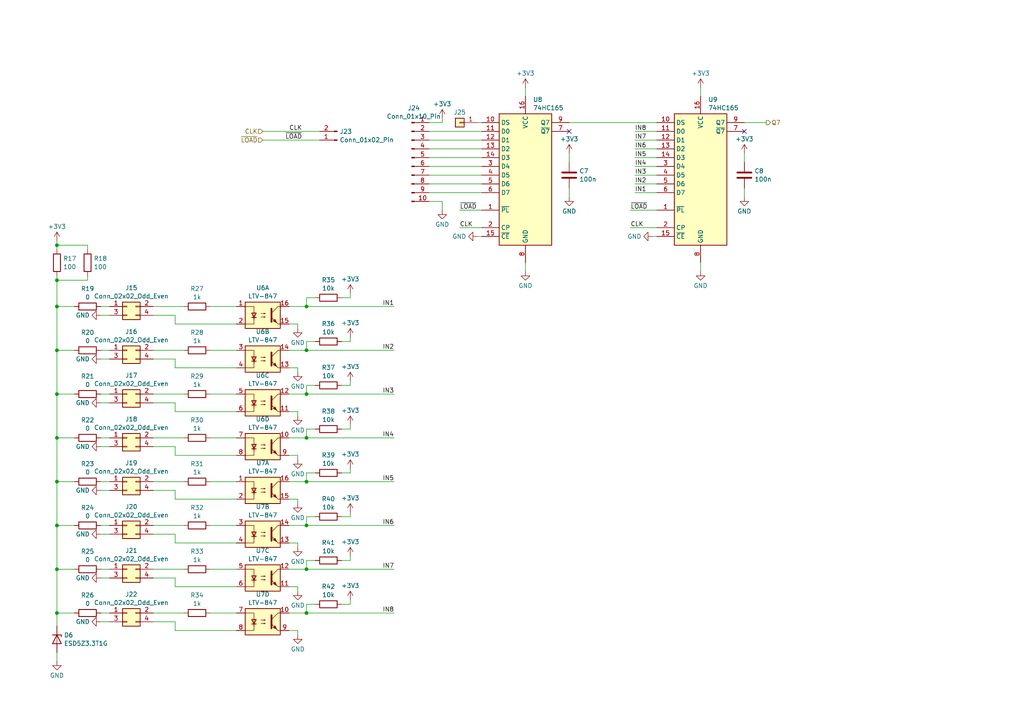
<source format=kicad_sch>
(kicad_sch (version 20230121) (generator eeschema)
  (paper "A4")
  (lib_symbols
    (symbol "74xx:74HC165"
      (property "Reference" "U" (at -7.62 19.05 0))
      (property "Value" "74HC165" (at -7.62 -21.59 0))
      (symbol "74HC165_1_0"
        (pin input line (at -12.7 -10.16 0) (length 5.08) (name "~{PL}") (number "1"))
        (pin input line (at -12.7 15.24 0) (length 5.08) (name "DS") (number "10"))
        (pin input line (at -12.7 12.7 0) (length 5.08) (name "D0") (number "11"))
        (pin input line (at -12.7 10.16 0) (length 5.08) (name "D1") (number "12"))
        (pin input line (at -12.7 7.62 0) (length 5.08) (name "D2") (number "13"))
        (pin input line (at -12.7 5.08 0) (length 5.08) (name "D3") (number "14"))
        (pin input line (at -12.7 -17.78 0) (length 5.08) (name "~{CE}") (number "15"))
        (pin power_in line (at 0 22.86 270) (length 5.08) (name "VCC") (number "16"))
        (pin input line (at -12.7 -15.24 0) (length 5.08) (name "CP") (number "2"))
        (pin input line (at -12.7 2.54 0) (length 5.08) (name "D4") (number "3"))
        (pin input line (at -12.7 0 0) (length 5.08) (name "D5") (number "4"))
        (pin input line (at -12.7 -2.54 0) (length 5.08) (name "D6") (number "5"))
        (pin input line (at -12.7 -5.08 0) (length 5.08) (name "D7") (number "6"))
        (pin output line (at 12.7 12.7 180) (length 5.08) (name "~{Q7}") (number "7"))
        (pin power_in line (at 0 -25.4 90) (length 5.08) (name "GND") (number "8"))
        (pin output line (at 12.7 15.24 180) (length 5.08) (name "Q7") (number "9"))
      )
      (symbol "74HC165_1_1"
        (rectangle (start -7.62 17.78) (end 7.62 -20.32) (stroke (width 0.254)) (fill (type background)))
      )
    )
    (symbol "Connector:Conn_01x02_Pin" (pin_names (offset 1.016) hide)
      (property "Reference" "J" (at 0 2.54 0))
      (property "Value" "Conn_01x02_Pin" (at 0 -5.08 0))
      (symbol "Conn_01x02_Pin_1_1"
        (polyline (pts (xy 1.27 -2.54) (xy 0.8636 -2.54)) (stroke (width 0.1524)))
        (polyline (pts (xy 1.27 0) (xy 0.8636 0)) (stroke (width 0.1524)))
        (rectangle (start 0.8636 -2.413) (end 0 -2.667) (stroke (width 0.1524)) (fill (type outline)))
        (rectangle (start 0.8636 0.127) (end 0 -0.127) (stroke (width 0.1524)) (fill (type outline)))
        (pin passive line (at 5.08 0 180) (length 3.81) (name "Pin_1") (number "1"))
        (pin passive line (at 5.08 -2.54 180) (length 3.81) (name "Pin_2") (number "2"))
      )
    )
    (symbol "Connector:Conn_01x10_Pin" (pin_names (offset 1.016) hide)
      (property "Reference" "J" (at 0 12.7 0))
      (property "Value" "Conn_01x10_Pin" (at 0 -15.24 0))
      (symbol "Conn_01x10_Pin_1_1"
        (polyline (pts (xy 1.27 -12.7) (xy 0.8636 -12.7)) (stroke (width 0.1524)))
        (polyline (pts (xy 1.27 -10.16) (xy 0.8636 -10.16)) (stroke (width 0.1524)))
        (polyline (pts (xy 1.27 -7.62) (xy 0.8636 -7.62)) (stroke (width 0.1524)))
        (polyline (pts (xy 1.27 -5.08) (xy 0.8636 -5.08)) (stroke (width 0.1524)))
        (polyline (pts (xy 1.27 -2.54) (xy 0.8636 -2.54)) (stroke (width 0.1524)))
        (polyline (pts (xy 1.27 0) (xy 0.8636 0)) (stroke (width 0.1524)))
        (polyline (pts (xy 1.27 2.54) (xy 0.8636 2.54)) (stroke (width 0.1524)))
        (polyline (pts (xy 1.27 5.08) (xy 0.8636 5.08)) (stroke (width 0.1524)))
        (polyline (pts (xy 1.27 7.62) (xy 0.8636 7.62)) (stroke (width 0.1524)))
        (polyline (pts (xy 1.27 10.16) (xy 0.8636 10.16)) (stroke (width 0.1524)))
        (rectangle (start 0.8636 -12.573) (end 0 -12.827) (stroke (width 0.1524)) (fill (type outline)))
        (rectangle (start 0.8636 -10.033) (end 0 -10.287) (stroke (width 0.1524)) (fill (type outline)))
        (rectangle (start 0.8636 -7.493) (end 0 -7.747) (stroke (width 0.1524)) (fill (type outline)))
        (rectangle (start 0.8636 -4.953) (end 0 -5.207) (stroke (width 0.1524)) (fill (type outline)))
        (rectangle (start 0.8636 -2.413) (end 0 -2.667) (stroke (width 0.1524)) (fill (type outline)))
        (rectangle (start 0.8636 0.127) (end 0 -0.127) (stroke (width 0.1524)) (fill (type outline)))
        (rectangle (start 0.8636 2.667) (end 0 2.413) (stroke (width 0.1524)) (fill (type outline)))
        (rectangle (start 0.8636 5.207) (end 0 4.953) (stroke (width 0.1524)) (fill (type outline)))
        (rectangle (start 0.8636 7.747) (end 0 7.493) (stroke (width 0.1524)) (fill (type outline)))
        (rectangle (start 0.8636 10.287) (end 0 10.033) (stroke (width 0.1524)) (fill (type outline)))
        (pin passive line (at 5.08 10.16 180) (length 3.81) (name "Pin_1") (number "1"))
        (pin passive line (at 5.08 -12.7 180) (length 3.81) (name "Pin_10") (number "10"))
        (pin passive line (at 5.08 7.62 180) (length 3.81) (name "Pin_2") (number "2"))
        (pin passive line (at 5.08 5.08 180) (length 3.81) (name "Pin_3") (number "3"))
        (pin passive line (at 5.08 2.54 180) (length 3.81) (name "Pin_4") (number "4"))
        (pin passive line (at 5.08 0 180) (length 3.81) (name "Pin_5") (number "5"))
        (pin passive line (at 5.08 -2.54 180) (length 3.81) (name "Pin_6") (number "6"))
        (pin passive line (at 5.08 -5.08 180) (length 3.81) (name "Pin_7") (number "7"))
        (pin passive line (at 5.08 -7.62 180) (length 3.81) (name "Pin_8") (number "8"))
        (pin passive line (at 5.08 -10.16 180) (length 3.81) (name "Pin_9") (number "9"))
      )
    )
    (symbol "Connector_Generic:Conn_01x01" (pin_names (offset 1.016) hide)
      (property "Reference" "J" (at 0 2.54 0))
      (property "Value" "Conn_01x01" (at 0 -2.54 0))
      (symbol "Conn_01x01_1_1"
        (rectangle (start -1.27 0.127) (end 0 -0.127) (stroke (width 0.1524)))
        (rectangle (start -1.27 1.27) (end 1.27 -1.27) (stroke (width 0.254)) (fill (type background)))
        (pin passive line (at -5.08 0 0) (length 3.81) (name "Pin_1") (number "1"))
      )
    )
    (symbol "Connector_Generic:Conn_02x02_Odd_Even" (pin_names (offset 1.016) hide)
      (property "Reference" "J" (at 1.27 2.54 0))
      (property "Value" "Conn_02x02_Odd_Even" (at 1.27 -5.08 0))
      (symbol "Conn_02x02_Odd_Even_1_1"
        (rectangle (start -1.27 -2.413) (end 0 -2.667) (stroke (width 0.1524)))
        (rectangle (start -1.27 0.127) (end 0 -0.127) (stroke (width 0.1524)))
        (rectangle (start -1.27 1.27) (end 3.81 -3.81) (stroke (width 0.254)) (fill (type background)))
        (rectangle (start 3.81 -2.413) (end 2.54 -2.667) (stroke (width 0.1524)))
        (rectangle (start 3.81 0.127) (end 2.54 -0.127) (stroke (width 0.1524)))
        (pin passive line (at -5.08 0 0) (length 3.81) (name "Pin_1") (number "1"))
        (pin passive line (at 7.62 0 180) (length 3.81) (name "Pin_2") (number "2"))
        (pin passive line (at -5.08 -2.54 0) (length 3.81) (name "Pin_3") (number "3"))
        (pin passive line (at 7.62 -2.54 180) (length 3.81) (name "Pin_4") (number "4"))
      )
    )
    (symbol "Device:C" (pin_numbers hide) (pin_names (offset 0.254))
      (property "Reference" "C" (at 0.635 2.54 0))
      (property "Value" "C" (at 0.635 -2.54 0))
      (symbol "C_0_1"
        (polyline (pts (xy -2.032 -0.762) (xy 2.032 -0.762)) (stroke (width 0.508)))
        (polyline (pts (xy -2.032 0.762) (xy 2.032 0.762)) (stroke (width 0.508)))
      )
      (symbol "C_1_1"
        (pin passive line (at 0 3.81 270) (length 2.794) (name "~") (number "1"))
        (pin passive line (at 0 -3.81 90) (length 2.794) (name "~") (number "2"))
      )
    )
    (symbol "Device:R" (pin_numbers hide) (pin_names (offset 0))
      (property "Reference" "R" (at 2.032 0 90))
      (property "Value" "R" (at 0 0 90))
      (symbol "R_0_1"
        (rectangle (start -1.016 -2.54) (end 1.016 2.54) (stroke (width 0.254)))
      )
      (symbol "R_1_1"
        (pin passive line (at 0 3.81 270) (length 1.27) (name "~") (number "1"))
        (pin passive line (at 0 -3.81 90) (length 1.27) (name "~") (number "2"))
      )
    )
    (symbol "Diode:ESD5Zxx" (pin_numbers hide) (pin_names hide)
      (property "Reference" "D" (at 0 2.54 0))
      (property "Value" "ESD5Zxx" (at 0 -2.54 0))
      (symbol "ESD5Zxx_0_1"
        (polyline (pts (xy 1.27 0) (xy -1.27 0)))
        (polyline (pts (xy -1.27 -1.27) (xy -1.27 1.27) (xy -0.762 1.27)) (stroke (width 0.254)))
        (polyline (pts (xy 1.27 -1.27) (xy 1.27 1.27) (xy -1.27 0) (xy 1.27 -1.27)) (stroke (width 0.254)))
      )
      (symbol "ESD5Zxx_1_1"
        (pin passive line (at -3.81 0 0) (length 2.54) (name "K") (number "1"))
        (pin passive line (at 3.81 0 180) (length 2.54) (name "A") (number "2"))
      )
    )
    (symbol "Isolator:LTV-847" (pin_names (offset 1.016))
      (property "Reference" "U" (at -5.08 5.08 0))
      (property "Value" "LTV-847" (at 0 5.08 0))
      (symbol "LTV-847_0_1"
        (rectangle (start -5.08 3.81) (end 5.08 -3.81) (stroke (width 0.254)) (fill (type background)))
        (polyline (pts (xy -3.175 -0.635) (xy -1.905 -0.635)) (stroke (width 0.254)))
        (polyline (pts (xy 2.54 0.635) (xy 4.445 2.54)))
        (polyline (pts (xy 4.445 -2.54) (xy 2.54 -0.635)) (fill (type outline)))
        (polyline (pts (xy 4.445 -2.54) (xy 5.08 -2.54)))
        (polyline (pts (xy 4.445 2.54) (xy 5.08 2.54)))
        (polyline (pts (xy -2.54 -0.635) (xy -2.54 -2.54) (xy -5.08 -2.54)))
        (polyline (pts (xy 2.54 1.905) (xy 2.54 -1.905) (xy 2.54 -1.905)) (stroke (width 0.508)))
        (polyline (pts (xy -5.08 2.54) (xy -2.54 2.54) (xy -2.54 -1.27) (xy -2.54 0.635)))
        (polyline (pts (xy -2.54 -0.635) (xy -3.175 0.635) (xy -1.905 0.635) (xy -2.54 -0.635)) (stroke (width 0.254)))
        (polyline (pts (xy -0.508 -0.508) (xy 0.762 -0.508) (xy 0.381 -0.635) (xy 0.381 -0.381) (xy 0.762 -0.508)))
        (polyline (pts (xy -0.508 0.508) (xy 0.762 0.508) (xy 0.381 0.381) (xy 0.381 0.635) (xy 0.762 0.508)))
        (polyline (pts (xy 3.048 -1.651) (xy 3.556 -1.143) (xy 4.064 -2.159) (xy 3.048 -1.651) (xy 3.048 -1.651)) (fill (type outline)))
      )
      (symbol "LTV-847_1_1"
        (pin passive line (at -7.62 2.54 0) (length 2.54) (name "~") (number "1"))
        (pin passive line (at 7.62 -2.54 180) (length 2.54) (name "~") (number "15"))
        (pin passive line (at 7.62 2.54 180) (length 2.54) (name "~") (number "16"))
        (pin passive line (at -7.62 -2.54 0) (length 2.54) (name "~") (number "2"))
      )
      (symbol "LTV-847_2_1"
        (pin passive line (at 7.62 -2.54 180) (length 2.54) (name "~") (number "13"))
        (pin passive line (at 7.62 2.54 180) (length 2.54) (name "~") (number "14"))
        (pin passive line (at -7.62 2.54 0) (length 2.54) (name "~") (number "3"))
        (pin passive line (at -7.62 -2.54 0) (length 2.54) (name "~") (number "4"))
      )
      (symbol "LTV-847_3_1"
        (pin passive line (at 7.62 -2.54 180) (length 2.54) (name "~") (number "11"))
        (pin passive line (at 7.62 2.54 180) (length 2.54) (name "~") (number "12"))
        (pin passive line (at -7.62 2.54 0) (length 2.54) (name "~") (number "5"))
        (pin passive line (at -7.62 -2.54 0) (length 2.54) (name "~") (number "6"))
      )
      (symbol "LTV-847_4_1"
        (pin passive line (at 7.62 2.54 180) (length 2.54) (name "~") (number "10"))
        (pin passive line (at -7.62 2.54 0) (length 2.54) (name "~") (number "7"))
        (pin passive line (at -7.62 -2.54 0) (length 2.54) (name "~") (number "8"))
        (pin passive line (at 7.62 -2.54 180) (length 2.54) (name "~") (number "9"))
      )
    )
    (symbol "power:+3V3" (power) (pin_names (offset 0))
      (property "Value" "+3V3" (at 0 3.556 0))
      (symbol "+3V3_0_1"
        (polyline (pts (xy -0.762 1.27) (xy 0 2.54)))
        (polyline (pts (xy 0 0) (xy 0 2.54)))
        (polyline (pts (xy 0 2.54) (xy 0.762 1.27)))
      )
      (symbol "+3V3_1_1"
        (pin power_in line (at 0 0 90) (length 0) hide (name "+3V3") (number "1"))
      )
    )
    (symbol "power:GND" (power) (pin_names (offset 0))
      (property "Value" "GND" (at 0 -3.81 0))
      (symbol "GND_0_1"
        (polyline (pts (xy 0 0) (xy 0 -1.27) (xy 1.27 -1.27) (xy 0 -2.54) (xy -1.27 -1.27) (xy 0 -1.27)))
      )
      (symbol "GND_1_1"
        (pin power_in line (at 0 0 270) (length 0) hide (name "GND") (number "1"))
      )
    )
  )
  (junction (at 16.51 114.3))
  (junction (at 16.51 81.28))
  (junction (at 16.51 71.12))
  (junction (at 88.9 127))
  (junction (at 16.51 165.1))
  (junction (at 16.51 88.9))
  (junction (at 16.51 101.6))
  (junction (at 88.9 88.9))
  (junction (at 88.9 114.3))
  (junction (at 88.9 101.6))
  (junction (at 88.9 165.1))
  (junction (at 88.9 152.4))
  (junction (at 16.51 177.8))
  (junction (at 16.51 127))
  (junction (at 16.51 139.7))
  (junction (at 88.9 177.8))
  (junction (at 88.9 139.7))
  (junction (at 16.51 152.4))
  (no_connect (at 215.9 38.1))
  (no_connect (at 165.1 38.1))
  (wire (pts (xy 16.51 71.12) (xy 16.51 72.39)))
  (wire (pts (xy 50.8 119.38) (xy 68.58 119.38)))
  (wire (pts (xy 88.9 86.36) (xy 88.9 88.9)))
  (wire (pts (xy 21.59 114.3) (xy 16.51 114.3)))
  (wire (pts (xy 128.27 35.56) (xy 124.46 35.56)))
  (wire (pts (xy 25.4 72.39) (xy 25.4 71.12)))
  (wire (pts (xy 44.45 152.4) (xy 53.34 152.4)))
  (wire (pts (xy 101.6 110.49) (xy 101.6 111.76)))
  (wire (pts (xy 16.51 114.3) (xy 16.51 101.6)))
  (wire (pts (xy 50.8 154.94) (xy 50.8 157.48)))
  (wire (pts (xy 182.88 60.96) (xy 190.5 60.96)))
  (wire (pts (xy 88.9 149.86) (xy 88.9 152.4)))
  (wire (pts (xy 99.06 175.26) (xy 101.6 175.26)))
  (wire (pts (xy 88.9 114.3) (xy 114.3 114.3)))
  (wire (pts (xy 101.6 85.09) (xy 101.6 86.36)))
  (wire (pts (xy 16.51 101.6) (xy 16.51 88.9)))
  (wire (pts (xy 184.15 38.1) (xy 190.5 38.1)))
  (wire (pts (xy 182.88 66.04) (xy 190.5 66.04)))
  (wire (pts (xy 50.8 91.44) (xy 44.45 91.44)))
  (wire (pts (xy 83.82 177.8) (xy 88.9 177.8)))
  (wire (pts (xy 99.06 149.86) (xy 101.6 149.86)))
  (wire (pts (xy 44.45 116.84) (xy 50.8 116.84)))
  (wire (pts (xy 86.36 107.95) (xy 86.36 106.68)))
  (wire (pts (xy 203.2 76.2) (xy 203.2 78.74)))
  (wire (pts (xy 88.9 88.9) (xy 114.3 88.9)))
  (wire (pts (xy 83.82 139.7) (xy 88.9 139.7)))
  (wire (pts (xy 99.06 124.46) (xy 101.6 124.46)))
  (wire (pts (xy 16.51 139.7) (xy 21.59 139.7)))
  (wire (pts (xy 133.35 60.96) (xy 139.7 60.96)))
  (wire (pts (xy 165.1 44.45) (xy 165.1 46.99)))
  (wire (pts (xy 44.45 114.3) (xy 53.34 114.3)))
  (wire (pts (xy 88.9 124.46) (xy 88.9 127)))
  (wire (pts (xy 128.27 60.96) (xy 128.27 58.42)))
  (wire (pts (xy 16.51 69.85) (xy 16.51 71.12)))
  (wire (pts (xy 44.45 167.64) (xy 50.8 167.64)))
  (wire (pts (xy 86.36 133.35) (xy 86.36 132.08)))
  (wire (pts (xy 29.21 104.14) (xy 31.75 104.14)))
  (wire (pts (xy 25.4 71.12) (xy 16.51 71.12)))
  (wire (pts (xy 16.51 189.23) (xy 16.51 191.77)))
  (wire (pts (xy 101.6 173.99) (xy 101.6 175.26)))
  (wire (pts (xy 60.96 88.9) (xy 68.58 88.9)))
  (wire (pts (xy 88.9 175.26) (xy 88.9 177.8)))
  (wire (pts (xy 44.45 139.7) (xy 53.34 139.7)))
  (wire (pts (xy 29.21 129.54) (xy 31.75 129.54)))
  (wire (pts (xy 189.23 68.58) (xy 190.5 68.58)))
  (wire (pts (xy 88.9 152.4) (xy 83.82 152.4)))
  (wire (pts (xy 88.9 177.8) (xy 114.3 177.8)))
  (wire (pts (xy 184.15 43.18) (xy 190.5 43.18)))
  (wire (pts (xy 215.9 54.61) (xy 215.9 57.15)))
  (wire (pts (xy 99.06 99.06) (xy 101.6 99.06)))
  (wire (pts (xy 83.82 93.98) (xy 86.36 93.98)))
  (wire (pts (xy 88.9 99.06) (xy 88.9 101.6)))
  (wire (pts (xy 44.45 180.34) (xy 50.8 180.34)))
  (wire (pts (xy 83.82 157.48) (xy 86.36 157.48)))
  (wire (pts (xy 44.45 142.24) (xy 50.8 142.24)))
  (wire (pts (xy 83.82 106.68) (xy 86.36 106.68)))
  (wire (pts (xy 88.9 165.1) (xy 114.3 165.1)))
  (wire (pts (xy 86.36 146.05) (xy 86.36 144.78)))
  (wire (pts (xy 83.82 182.88) (xy 86.36 182.88)))
  (wire (pts (xy 88.9 139.7) (xy 114.3 139.7)))
  (wire (pts (xy 29.21 101.6) (xy 31.75 101.6)))
  (wire (pts (xy 29.21 142.24) (xy 31.75 142.24)))
  (wire (pts (xy 152.4 76.2) (xy 152.4 78.74)))
  (wire (pts (xy 86.36 184.15) (xy 86.36 182.88)))
  (wire (pts (xy 86.36 171.45) (xy 86.36 170.18)))
  (wire (pts (xy 44.45 165.1) (xy 53.34 165.1)))
  (wire (pts (xy 50.8 116.84) (xy 50.8 119.38)))
  (wire (pts (xy 99.06 162.56) (xy 101.6 162.56)))
  (wire (pts (xy 133.35 66.04) (xy 139.7 66.04)))
  (wire (pts (xy 101.6 161.29) (xy 101.6 162.56)))
  (wire (pts (xy 16.51 127) (xy 16.51 139.7)))
  (wire (pts (xy 91.44 175.26) (xy 88.9 175.26)))
  (wire (pts (xy 124.46 53.34) (xy 139.7 53.34)))
  (wire (pts (xy 29.21 114.3) (xy 31.75 114.3)))
  (wire (pts (xy 88.9 127) (xy 83.82 127)))
  (wire (pts (xy 60.96 114.3) (xy 68.58 114.3)))
  (wire (pts (xy 99.06 111.76) (xy 101.6 111.76)))
  (wire (pts (xy 29.21 91.44) (xy 31.75 91.44)))
  (wire (pts (xy 16.51 152.4) (xy 21.59 152.4)))
  (wire (pts (xy 16.51 139.7) (xy 16.51 152.4)))
  (wire (pts (xy 50.8 142.24) (xy 50.8 144.78)))
  (wire (pts (xy 50.8 129.54) (xy 50.8 132.08)))
  (wire (pts (xy 124.46 38.1) (xy 139.7 38.1)))
  (wire (pts (xy 124.46 55.88) (xy 139.7 55.88)))
  (wire (pts (xy 101.6 148.59) (xy 101.6 149.86)))
  (wire (pts (xy 215.9 35.56) (xy 222.25 35.56)))
  (wire (pts (xy 184.15 55.88) (xy 190.5 55.88)))
  (wire (pts (xy 184.15 50.8) (xy 190.5 50.8)))
  (wire (pts (xy 88.9 127) (xy 114.3 127)))
  (wire (pts (xy 83.82 119.38) (xy 86.36 119.38)))
  (wire (pts (xy 91.44 86.36) (xy 88.9 86.36)))
  (wire (pts (xy 29.21 127) (xy 31.75 127)))
  (wire (pts (xy 184.15 40.64) (xy 190.5 40.64)))
  (wire (pts (xy 184.15 45.72) (xy 190.5 45.72)))
  (wire (pts (xy 50.8 182.88) (xy 68.58 182.88)))
  (wire (pts (xy 88.9 137.16) (xy 88.9 139.7)))
  (wire (pts (xy 165.1 35.56) (xy 190.5 35.56)))
  (wire (pts (xy 16.51 165.1) (xy 21.59 165.1)))
  (wire (pts (xy 68.58 93.98) (xy 50.8 93.98)))
  (wire (pts (xy 29.21 152.4) (xy 31.75 152.4)))
  (wire (pts (xy 50.8 93.98) (xy 50.8 91.44)))
  (wire (pts (xy 124.46 50.8) (xy 139.7 50.8)))
  (wire (pts (xy 29.21 116.84) (xy 31.75 116.84)))
  (wire (pts (xy 91.44 99.06) (xy 88.9 99.06)))
  (wire (pts (xy 128.27 58.42) (xy 124.46 58.42)))
  (wire (pts (xy 99.06 137.16) (xy 101.6 137.16)))
  (wire (pts (xy 83.82 114.3) (xy 88.9 114.3)))
  (wire (pts (xy 91.44 111.76) (xy 88.9 111.76)))
  (wire (pts (xy 124.46 45.72) (xy 139.7 45.72)))
  (wire (pts (xy 83.82 170.18) (xy 86.36 170.18)))
  (wire (pts (xy 83.82 165.1) (xy 88.9 165.1)))
  (wire (pts (xy 50.8 144.78) (xy 68.58 144.78)))
  (wire (pts (xy 68.58 106.68) (xy 50.8 106.68)))
  (wire (pts (xy 29.21 180.34) (xy 31.75 180.34)))
  (wire (pts (xy 152.4 25.4) (xy 152.4 27.94)))
  (wire (pts (xy 50.8 106.68) (xy 50.8 104.14)))
  (wire (pts (xy 16.51 88.9) (xy 21.59 88.9)))
  (wire (pts (xy 16.51 127) (xy 21.59 127)))
  (wire (pts (xy 83.82 132.08) (xy 86.36 132.08)))
  (wire (pts (xy 44.45 129.54) (xy 50.8 129.54)))
  (wire (pts (xy 44.45 127) (xy 53.34 127)))
  (wire (pts (xy 50.8 104.14) (xy 44.45 104.14)))
  (wire (pts (xy 184.15 53.34) (xy 190.5 53.34)))
  (wire (pts (xy 16.51 177.8) (xy 21.59 177.8)))
  (wire (pts (xy 91.44 149.86) (xy 88.9 149.86)))
  (wire (pts (xy 101.6 123.19) (xy 101.6 124.46)))
  (wire (pts (xy 16.51 88.9) (xy 16.51 81.28)))
  (wire (pts (xy 50.8 167.64) (xy 50.8 170.18)))
  (wire (pts (xy 124.46 40.64) (xy 139.7 40.64)))
  (wire (pts (xy 29.21 88.9) (xy 31.75 88.9)))
  (wire (pts (xy 91.44 137.16) (xy 88.9 137.16)))
  (wire (pts (xy 16.51 177.8) (xy 16.51 181.61)))
  (wire (pts (xy 124.46 43.18) (xy 139.7 43.18)))
  (wire (pts (xy 88.9 111.76) (xy 88.9 114.3)))
  (wire (pts (xy 86.36 158.75) (xy 86.36 157.48)))
  (wire (pts (xy 44.45 88.9) (xy 53.34 88.9)))
  (wire (pts (xy 203.2 25.4) (xy 203.2 27.94)))
  (wire (pts (xy 50.8 180.34) (xy 50.8 182.88)))
  (wire (pts (xy 60.96 152.4) (xy 68.58 152.4)))
  (wire (pts (xy 91.44 162.56) (xy 88.9 162.56)))
  (wire (pts (xy 83.82 88.9) (xy 88.9 88.9)))
  (wire (pts (xy 165.1 54.61) (xy 165.1 57.15)))
  (wire (pts (xy 99.06 86.36) (xy 101.6 86.36)))
  (wire (pts (xy 86.36 95.25) (xy 86.36 93.98)))
  (wire (pts (xy 83.82 101.6) (xy 88.9 101.6)))
  (wire (pts (xy 215.9 44.45) (xy 215.9 46.99)))
  (wire (pts (xy 60.96 101.6) (xy 68.58 101.6)))
  (wire (pts (xy 128.27 34.29) (xy 128.27 35.56)))
  (wire (pts (xy 138.43 35.56) (xy 139.7 35.56)))
  (wire (pts (xy 124.46 48.26) (xy 139.7 48.26)))
  (wire (pts (xy 29.21 167.64) (xy 31.75 167.64)))
  (wire (pts (xy 21.59 101.6) (xy 16.51 101.6)))
  (wire (pts (xy 88.9 101.6) (xy 114.3 101.6)))
  (wire (pts (xy 83.82 144.78) (xy 86.36 144.78)))
  (wire (pts (xy 16.51 81.28) (xy 16.51 80.01)))
  (wire (pts (xy 25.4 81.28) (xy 16.51 81.28)))
  (wire (pts (xy 88.9 152.4) (xy 114.3 152.4)))
  (wire (pts (xy 101.6 97.79) (xy 101.6 99.06)))
  (wire (pts (xy 16.51 127) (xy 16.51 114.3)))
  (wire (pts (xy 101.6 135.89) (xy 101.6 137.16)))
  (wire (pts (xy 29.21 139.7) (xy 31.75 139.7)))
  (wire (pts (xy 60.96 177.8) (xy 68.58 177.8)))
  (wire (pts (xy 91.44 124.46) (xy 88.9 124.46)))
  (wire (pts (xy 60.96 139.7) (xy 68.58 139.7)))
  (wire (pts (xy 50.8 132.08) (xy 68.58 132.08)))
  (wire (pts (xy 44.45 177.8) (xy 53.34 177.8)))
  (wire (pts (xy 60.96 165.1) (xy 68.58 165.1)))
  (wire (pts (xy 44.45 101.6) (xy 53.34 101.6)))
  (wire (pts (xy 76.2 40.64) (xy 92.71 40.64)))
  (wire (pts (xy 76.2 38.1) (xy 92.71 38.1)))
  (wire (pts (xy 25.4 80.01) (xy 25.4 81.28)))
  (wire (pts (xy 16.51 165.1) (xy 16.51 177.8)))
  (wire (pts (xy 86.36 120.65) (xy 86.36 119.38)))
  (wire (pts (xy 29.21 177.8) (xy 31.75 177.8)))
  (wire (pts (xy 184.15 48.26) (xy 190.5 48.26)))
  (wire (pts (xy 44.45 154.94) (xy 50.8 154.94)))
  (wire (pts (xy 88.9 162.56) (xy 88.9 165.1)))
  (wire (pts (xy 29.21 154.94) (xy 31.75 154.94)))
  (wire (pts (xy 50.8 170.18) (xy 68.58 170.18)))
  (wire (pts (xy 29.21 165.1) (xy 31.75 165.1)))
  (wire (pts (xy 50.8 157.48) (xy 68.58 157.48)))
  (wire (pts (xy 60.96 127) (xy 68.58 127)))
  (wire (pts (xy 16.51 152.4) (xy 16.51 165.1)))
  (wire (pts (xy 138.43 68.58) (xy 139.7 68.58)))
  (label "CLK" (at 133.35 66.04 0))
  (label "CLK" (at 87.63 38.1 180))
  (label "IN6" (at 114.3 152.4 180))
  (label "IN8" (at 184.15 38.1 0))
  (label "IN4" (at 184.15 48.26 0))
  (label "IN5" (at 184.15 45.72 0))
  (label "IN8" (at 114.3 177.8 180))
  (label "IN6" (at 184.15 43.18 0))
  (label "IN7" (at 184.15 40.64 0))
  (label "IN5" (at 114.3 139.7 180))
  (label "IN3" (at 114.3 114.3 180))
  (label "IN7" (at 114.3 165.1 180))
  (label "IN4" (at 114.3 127 180))
  (label "IN1" (at 184.15 55.88 0))
  (label "~{LOAD}" (at 133.35 60.96 0))
  (label "CLK" (at 182.88 66.04 0))
  (label "IN1" (at 114.3 88.9 180))
  (label "~{LOAD}" (at 182.88 60.96 0))
  (label "IN2" (at 184.15 53.34 0))
  (label "IN3" (at 184.15 50.8 0))
  (label "IN2" (at 114.3 101.6 180))
  (label "~{LOAD}" (at 87.63 40.64 180))
  (hierarchical_label "Q7" (shape output) (at 222.25 35.56 0))
  (hierarchical_label "~{LOAD}" (shape input) (at 76.2 40.64 180))
  (hierarchical_label "CLK" (shape input) (at 76.2 38.1 180))
  (symbol (lib_id "power:GND") (at 29.21 154.94 270) (unit 1)
    (property "Reference" "#PWR059" (effects hide))
    (property "Value" "GND" (at 26.0351 154.94 90) (effects (justify right)))
  )
  (symbol (lib_id "power:GND") (at 29.21 167.64 270) (unit 1)
    (property "Reference" "#PWR060" (effects hide))
    (property "Value" "GND" (at 26.0351 167.64 90) (effects (justify right)))
  )
  (symbol (lib_id "power:+3V3") (at 101.6 173.99 0) (unit 1)
    (property "Reference" "#PWR077" (effects hide))
    (property "Value" "+3V3" (at 101.6 169.8569 0))
  )
  (symbol (lib_id "Device:R") (at 95.25 162.56 90) (unit 1)
    (property "Reference" "R41" (at 95.25 157.3997 90))
    (property "Value" "10k" (at 95.25 159.8239 90))
    (property "Footprint" "Resistor_SMD:R_1206_3216Metric_Pad1.30x1.75mm_HandSolder" (effects hide))
  )
  (symbol (lib_id "power:+3V3") (at 101.6 161.29 0) (unit 1)
    (property "Reference" "#PWR076" (effects hide))
    (property "Value" "+3V3" (at 101.6 157.1569 0))
  )
  (symbol (lib_id "power:GND") (at 86.36 146.05 0) (unit 1)
    (property "Reference" "#PWR066" (effects hide))
    (property "Value" "GND" (at 86.36 150.1831 0))
  )
  (symbol (lib_id "power:GND") (at 29.21 116.84 270) (unit 1)
    (property "Reference" "#PWR056" (effects hide))
    (property "Value" "GND" (at 26.0351 116.84 90) (effects (justify right)))
  )
  (symbol (lib_id "power:+3V3") (at 215.9 44.45 0) (unit 1)
    (property "Reference" "#PWR088" (effects hide))
    (property "Value" "+3V3" (at 215.9 40.3169 0))
  )
  (symbol (lib_id "power:GND") (at 86.36 171.45 0) (unit 1)
    (property "Reference" "#PWR068" (effects hide))
    (property "Value" "GND" (at 86.36 175.5831 0))
  )
  (symbol (lib_id "Device:R") (at 25.4 177.8 90) (unit 1)
    (property "Reference" "R26" (at 25.4 172.6397 90))
    (property "Value" "0" (at 25.4 175.0639 90))
    (property "Footprint" "Resistor_SMD:R_1206_3216Metric_Pad1.30x1.75mm_HandSolder" (effects hide))
  )
  (symbol (lib_id "power:GND") (at 29.21 129.54 270) (unit 1)
    (property "Reference" "#PWR057" (effects hide))
    (property "Value" "GND" (at 26.0351 129.54 90) (effects (justify right)))
  )
  (symbol (lib_id "power:+3V3") (at 165.1 44.45 0) (unit 1)
    (property "Reference" "#PWR083" (effects hide))
    (property "Value" "+3V3" (at 165.1 40.3169 0))
  )
  (symbol (lib_id "Device:R") (at 57.15 165.1 90) (unit 1)
    (property "Reference" "R33" (at 57.15 159.9397 90))
    (property "Value" "1k" (at 57.15 162.3639 90))
    (property "Footprint" "Resistor_SMD:R_1206_3216Metric_Pad1.30x1.75mm_HandSolder" (effects hide))
  )
  (symbol (lib_id "power:GND") (at 165.1 57.15 0) (unit 1)
    (property "Reference" "#PWR084" (effects hide))
    (property "Value" "GND" (at 165.1 61.2831 0))
  )
  (symbol (lib_id "power:+3V3") (at 101.6 148.59 0) (unit 1)
    (property "Reference" "#PWR075" (effects hide))
    (property "Value" "+3V3" (at 101.6 144.4569 0))
  )
  (symbol (lib_id "power:+3V3") (at 152.4 25.4 0) (unit 1)
    (property "Reference" "#PWR081" (effects hide))
    (property "Value" "+3V3" (at 152.4 21.2669 0))
  )
  (symbol (lib_id "power:GND") (at 86.36 120.65 0) (unit 1)
    (property "Reference" "#PWR064" (effects hide))
    (property "Value" "GND" (at 86.36 124.7831 0))
  )
  (symbol (lib_id "Device:R") (at 95.25 149.86 90) (unit 1)
    (property "Reference" "R40" (at 95.25 144.6997 90))
    (property "Value" "10k" (at 95.25 147.1239 90))
    (property "Footprint" "Resistor_SMD:R_1206_3216Metric_Pad1.30x1.75mm_HandSolder" (effects hide))
  )
  (symbol (lib_id "Connector_Generic:Conn_02x02_Odd_Even") (at 36.83 114.3 0) (unit 1)
    (property "Reference" "J17" (at 38.1 108.8857 0))
    (property "Value" "Conn_02x02_Odd_Even" (at 38.1 111.3099 0))
    (property "Footprint" "Connector_PinHeader_2.54mm:PinHeader_2x02_P2.54mm_Vertical" (effects hide))
  )
  (symbol (lib_id "Isolator:LTV-847") (at 76.2 104.14 0) (unit 2)
    (property "Reference" "U6" (at 76.2 96.1857 0))
    (property "Value" "LTV-847" (at 76.2 98.6099 0))
    (property "Footprint" "Package_DIP:DIP-16_W7.62mm" (effects hide))
    (property "Datasheet" "http://optoelectronics.liteon.com/upload/download/DS-70-96-0016/LTV-8X7%20series.PDF" (effects hide))
  )
  (symbol (lib_id "Device:R") (at 25.4 114.3 90) (unit 1)
    (property "Reference" "R21" (at 25.4 109.1397 90))
    (property "Value" "0" (at 25.4 111.5639 90))
    (property "Footprint" "Resistor_SMD:R_1206_3216Metric_Pad1.30x1.75mm_HandSolder" (effects hide))
  )
  (symbol (lib_id "power:GND") (at 138.43 68.58 270) (unit 1)
    (property "Reference" "#PWR080" (effects hide))
    (property "Value" "GND" (at 135.2551 68.58 90) (effects (justify right)))
  )
  (symbol (lib_id "Connector_Generic:Conn_01x01") (at 133.35 35.56 180) (unit 1)
    (property "Reference" "J25" (at 133.35 32.5699 0))
    (property "Value" "Conn_01x01" (effects hide))
    (property "Footprint" "Connector_PinHeader_2.54mm:PinHeader_1x01_P2.54mm_Vertical" (effects hide))
  )
  (symbol (lib_id "Device:R") (at 95.25 99.06 90) (unit 1)
    (property "Reference" "R36" (at 95.25 93.8997 90))
    (property "Value" "10k" (at 95.25 96.3239 90))
    (property "Footprint" "Resistor_SMD:R_1206_3216Metric_Pad1.30x1.75mm_HandSolder" (effects hide))
  )
  (symbol (lib_id "Connector_Generic:Conn_02x02_Odd_Even") (at 36.83 165.1 0) (unit 1)
    (property "Reference" "J21" (at 38.1 159.6857 0))
    (property "Value" "Conn_02x02_Odd_Even" (at 38.1 162.1099 0))
    (property "Footprint" "Connector_PinHeader_2.54mm:PinHeader_2x02_P2.54mm_Vertical" (effects hide))
  )
  (symbol (lib_id "Connector_Generic:Conn_02x02_Odd_Even") (at 36.83 127 0) (unit 1)
    (property "Reference" "J18" (at 38.1 121.5857 0))
    (property "Value" "Conn_02x02_Odd_Even" (at 38.1 124.0099 0))
    (property "Footprint" "Connector_PinHeader_2.54mm:PinHeader_2x02_P2.54mm_Vertical" (effects hide))
  )
  (symbol (lib_id "Device:R") (at 25.4 139.7 90) (unit 1)
    (property "Reference" "R23" (at 25.4 134.5397 90))
    (property "Value" "0" (at 25.4 136.9639 90))
    (property "Footprint" "Resistor_SMD:R_1206_3216Metric_Pad1.30x1.75mm_HandSolder" (effects hide))
  )
  (symbol (lib_id "Isolator:LTV-847") (at 76.2 116.84 0) (unit 3)
    (property "Reference" "U6" (at 76.2 108.8857 0))
    (property "Value" "LTV-847" (at 76.2 111.3099 0))
    (property "Footprint" "Package_DIP:DIP-16_W7.62mm" (effects hide))
    (property "Datasheet" "http://optoelectronics.liteon.com/upload/download/DS-70-96-0016/LTV-8X7%20series.PDF" (effects hide))
  )
  (symbol (lib_id "Device:C") (at 215.9 50.8 0) (unit 1)
    (property "Reference" "C8" (at 218.821 49.5879 0) (effects (justify left)))
    (property "Value" "100n" (at 218.821 52.0121 0) (effects (justify left)))
    (property "Footprint" "Capacitor_SMD:C_1206_3216Metric_Pad1.33x1.80mm_HandSolder" (effects hide))
  )
  (symbol (lib_id "Device:R") (at 57.15 101.6 90) (unit 1)
    (property "Reference" "R28" (at 57.15 96.4397 90))
    (property "Value" "1k" (at 57.15 98.8639 90))
    (property "Footprint" "Resistor_SMD:R_1206_3216Metric_Pad1.30x1.75mm_HandSolder" (effects hide))
  )
  (symbol (lib_id "power:GND") (at 29.21 142.24 270) (unit 1)
    (property "Reference" "#PWR058" (effects hide))
    (property "Value" "GND" (at 26.0351 142.24 90) (effects (justify right)))
  )
  (symbol (lib_id "power:GND") (at 86.36 133.35 0) (unit 1)
    (property "Reference" "#PWR065" (effects hide))
    (property "Value" "GND" (at 86.36 137.4831 0))
  )
  (symbol (lib_id "Isolator:LTV-847") (at 76.2 91.44 0) (unit 1)
    (property "Reference" "U6" (at 76.2 83.4857 0))
    (property "Value" "LTV-847" (at 76.2 85.9099 0))
    (property "Footprint" "Package_DIP:DIP-16_W7.62mm" (effects hide))
    (property "Datasheet" "http://optoelectronics.liteon.com/upload/download/DS-70-96-0016/LTV-8X7%20series.PDF" (effects hide))
  )
  (symbol (lib_id "Device:R") (at 57.15 114.3 90) (unit 1)
    (property "Reference" "R29" (at 57.15 109.1397 90))
    (property "Value" "1k" (at 57.15 111.5639 90))
    (property "Footprint" "Resistor_SMD:R_1206_3216Metric_Pad1.30x1.75mm_HandSolder" (effects hide))
  )
  (symbol (lib_id "Device:R") (at 95.25 124.46 90) (unit 1)
    (property "Reference" "R38" (at 95.25 119.2997 90))
    (property "Value" "10k" (at 95.25 121.7239 90))
    (property "Footprint" "Resistor_SMD:R_1206_3216Metric_Pad1.30x1.75mm_HandSolder" (effects hide))
  )
  (symbol (lib_id "power:GND") (at 128.27 60.96 0) (unit 1)
    (property "Reference" "#PWR079" (effects hide))
    (property "Value" "GND" (at 128.27 65.0931 0))
  )
  (symbol (lib_id "Device:R") (at 25.4 127 90) (unit 1)
    (property "Reference" "R22" (at 25.4 121.8397 90))
    (property "Value" "0" (at 25.4 124.2639 90))
    (property "Footprint" "Resistor_SMD:R_1206_3216Metric_Pad1.30x1.75mm_HandSolder" (effects hide))
  )
  (symbol (lib_id "Connector_Generic:Conn_02x02_Odd_Even") (at 36.83 152.4 0) (unit 1)
    (property "Reference" "J20" (at 38.1 146.9857 0))
    (property "Value" "Conn_02x02_Odd_Even" (at 38.1 149.4099 0))
    (property "Footprint" "Connector_PinHeader_2.54mm:PinHeader_2x02_P2.54mm_Vertical" (effects hide))
  )
  (symbol (lib_id "power:+3V3") (at 101.6 135.89 0) (unit 1)
    (property "Reference" "#PWR074" (effects hide))
    (property "Value" "+3V3" (at 101.6 131.7569 0))
  )
  (symbol (lib_id "Device:C") (at 165.1 50.8 0) (unit 1)
    (property "Reference" "C7" (at 168.021 49.5879 0) (effects (justify left)))
    (property "Value" "100n" (at 168.021 52.0121 0) (effects (justify left)))
    (property "Footprint" "Capacitor_SMD:C_1206_3216Metric_Pad1.33x1.80mm_HandSolder" (effects hide))
  )
  (symbol (lib_id "power:+3V3") (at 101.6 97.79 0) (unit 1)
    (property "Reference" "#PWR071" (effects hide))
    (property "Value" "+3V3" (at 101.6 93.6569 0))
  )
  (symbol (lib_id "Diode:ESD5Zxx") (at 16.51 185.42 270) (unit 1)
    (property "Reference" "D6" (at 18.542 184.2079 90) (effects (justify left)))
    (property "Value" "ESD5Z3.3T1G" (at 18.542 186.6321 90) (effects (justify left)))
    (property "Footprint" "Diode_SMD:D_SOD-523" (effects hide))
    (property "Datasheet" "https://www.onsemi.com/pdf/datasheet/esd5z2.5t1-d.pdf" (effects hide))
  )
  (symbol (lib_id "Device:R") (at 95.25 111.76 90) (unit 1)
    (property "Reference" "R37" (at 95.25 106.5997 90))
    (property "Value" "10k" (at 95.25 109.0239 90))
    (property "Footprint" "Resistor_SMD:R_1206_3216Metric_Pad1.30x1.75mm_HandSolder" (effects hide))
  )
  (symbol (lib_id "Device:R") (at 95.25 86.36 90) (unit 1)
    (property "Reference" "R35" (at 95.25 81.1997 90))
    (property "Value" "10k" (at 95.25 83.6239 90))
    (property "Footprint" "Resistor_SMD:R_1206_3216Metric_Pad1.30x1.75mm_HandSolder" (effects hide))
  )
  (symbol (lib_id "power:GND") (at 86.36 184.15 0) (unit 1)
    (property "Reference" "#PWR069" (effects hide))
    (property "Value" "GND" (at 86.36 188.2831 0))
  )
  (symbol (lib_id "Device:R") (at 25.4 152.4 90) (unit 1)
    (property "Reference" "R24" (at 25.4 147.2397 90))
    (property "Value" "0" (at 25.4 149.6639 90))
    (property "Footprint" "Resistor_SMD:R_1206_3216Metric_Pad1.30x1.75mm_HandSolder" (effects hide))
  )
  (symbol (lib_id "power:GND") (at 152.4 78.74 0) (unit 1)
    (property "Reference" "#PWR082" (effects hide))
    (property "Value" "GND" (at 152.4 82.8731 0))
  )
  (symbol (lib_id "Connector_Generic:Conn_02x02_Odd_Even") (at 36.83 139.7 0) (unit 1)
    (property "Reference" "J19" (at 38.1 134.2857 0))
    (property "Value" "Conn_02x02_Odd_Even" (at 38.1 136.7099 0))
    (property "Footprint" "Connector_PinHeader_2.54mm:PinHeader_2x02_P2.54mm_Vertical" (effects hide))
  )
  (symbol (lib_id "power:GND") (at 16.51 191.77 0) (unit 1)
    (property "Reference" "#PWR053" (effects hide))
    (property "Value" "GND" (at 16.51 195.9031 0))
  )
  (symbol (lib_id "power:+3V3") (at 128.27 34.29 0) (unit 1)
    (property "Reference" "#PWR078" (effects hide))
    (property "Value" "+3V3" (at 128.27 30.1569 0))
  )
  (symbol (lib_id "power:GND") (at 189.23 68.58 270) (unit 1)
    (property "Reference" "#PWR085" (effects hide))
    (property "Value" "GND" (at 186.0551 68.58 90) (effects (justify right)))
  )
  (symbol (lib_id "Connector:Conn_01x02_Pin") (at 97.79 40.64 180) (unit 1)
    (property "Reference" "J23" (at 98.5012 38.1579 0) (effects (justify right)))
    (property "Value" "Conn_01x02_Pin" (at 98.5012 40.5821 0) (effects (justify right)))
    (property "Footprint" "Connector_PinHeader_2.54mm:PinHeader_1x02_P2.54mm_Vertical" (effects hide))
  )
  (symbol (lib_id "power:GND") (at 86.36 158.75 0) (unit 1)
    (property "Reference" "#PWR067" (effects hide))
    (property "Value" "GND" (at 86.36 162.8831 0))
  )
  (symbol (lib_id "Isolator:LTV-847") (at 76.2 180.34 0) (unit 4)
    (property "Reference" "U7" (at 76.2 172.3857 0))
    (property "Value" "LTV-847" (at 76.2 174.8099 0))
    (property "Footprint" "Package_DIP:DIP-16_W7.62mm" (effects hide))
    (property "Datasheet" "http://optoelectronics.liteon.com/upload/download/DS-70-96-0016/LTV-8X7%20series.PDF" (effects hide))
  )
  (symbol (lib_id "power:+3V3") (at 101.6 123.19 0) (unit 1)
    (property "Reference" "#PWR073" (effects hide))
    (property "Value" "+3V3" (at 101.6 119.0569 0))
  )
  (symbol (lib_id "Device:R") (at 57.15 139.7 90) (unit 1)
    (property "Reference" "R31" (at 57.15 134.5397 90))
    (property "Value" "1k" (at 57.15 136.9639 90))
    (property "Footprint" "Resistor_SMD:R_1206_3216Metric_Pad1.30x1.75mm_HandSolder" (effects hide))
  )
  (symbol (lib_id "power:GND") (at 29.21 180.34 270) (unit 1)
    (property "Reference" "#PWR061" (effects hide))
    (property "Value" "GND" (at 26.0351 180.34 90) (effects (justify right)))
  )
  (symbol (lib_id "Device:R") (at 25.4 101.6 90) (unit 1)
    (property "Reference" "R20" (at 25.4 96.4397 90))
    (property "Value" "0" (at 25.4 98.8639 90))
    (property "Footprint" "Resistor_SMD:R_1206_3216Metric_Pad1.30x1.75mm_HandSolder" (effects hide))
  )
  (symbol (lib_id "Device:R") (at 57.15 88.9 90) (unit 1)
    (property "Reference" "R27" (at 57.15 83.7397 90))
    (property "Value" "1k" (at 57.15 86.1639 90))
    (property "Footprint" "Resistor_SMD:R_1206_3216Metric_Pad1.30x1.75mm_HandSolder" (effects hide))
  )
  (symbol (lib_id "Connector_Generic:Conn_02x02_Odd_Even") (at 36.83 88.9 0) (unit 1)
    (property "Reference" "J15" (at 38.1 83.4857 0))
    (property "Value" "Conn_02x02_Odd_Even" (at 38.1 85.9099 0))
    (property "Footprint" "Connector_PinHeader_2.54mm:PinHeader_2x02_P2.54mm_Vertical" (effects hide))
  )
  (symbol (lib_id "power:+3V3") (at 101.6 110.49 0) (unit 1)
    (property "Reference" "#PWR072" (effects hide))
    (property "Value" "+3V3" (at 101.6 106.3569 0))
  )
  (symbol (lib_id "power:GND") (at 86.36 107.95 0) (unit 1)
    (property "Reference" "#PWR063" (effects hide))
    (property "Value" "GND" (at 86.36 112.0831 0))
  )
  (symbol (lib_id "Isolator:LTV-847") (at 76.2 129.54 0) (unit 4)
    (property "Reference" "U6" (at 76.2 121.5857 0))
    (property "Value" "LTV-847" (at 76.2 124.0099 0))
    (property "Footprint" "Package_DIP:DIP-16_W7.62mm" (effects hide))
    (property "Datasheet" "http://optoelectronics.liteon.com/upload/download/DS-70-96-0016/LTV-8X7%20series.PDF" (effects hide))
  )
  (symbol (lib_id "power:GND") (at 86.36 95.25 0) (unit 1)
    (property "Reference" "#PWR062" (effects hide))
    (property "Value" "GND" (at 86.36 99.3831 0))
  )
  (symbol (lib_id "power:GND") (at 215.9 57.15 0) (unit 1)
    (property "Reference" "#PWR089" (effects hide))
    (property "Value" "GND" (at 215.9 61.2831 0))
  )
  (symbol (lib_id "Connector_Generic:Conn_02x02_Odd_Even") (at 36.83 101.6 0) (unit 1)
    (property "Reference" "J16" (at 38.1 96.1857 0))
    (property "Value" "Conn_02x02_Odd_Even" (at 38.1 98.6099 0))
    (property "Footprint" "Connector_PinHeader_2.54mm:PinHeader_2x02_P2.54mm_Vertical" (effects hide))
  )
  (symbol (lib_id "Isolator:LTV-847") (at 76.2 167.64 0) (unit 3)
    (property "Reference" "U7" (at 76.2 159.6857 0))
    (property "Value" "LTV-847" (at 76.2 162.1099 0))
    (property "Footprint" "Package_DIP:DIP-16_W7.62mm" (effects hide))
    (property "Datasheet" "http://optoelectronics.liteon.com/upload/download/DS-70-96-0016/LTV-8X7%20series.PDF" (effects hide))
  )
  (symbol (lib_id "Device:R") (at 57.15 152.4 90) (unit 1)
    (property "Reference" "R32" (at 57.15 147.2397 90))
    (property "Value" "1k" (at 57.15 149.6639 90))
    (property "Footprint" "Resistor_SMD:R_1206_3216Metric_Pad1.30x1.75mm_HandSolder" (effects hide))
  )
  (symbol (lib_id "power:GND") (at 29.21 104.14 270) (unit 1)
    (property "Reference" "#PWR055" (effects hide))
    (property "Value" "GND" (at 26.0351 104.14 90) (effects (justify right)))
  )
  (symbol (lib_id "power:GND") (at 29.21 91.44 270) (unit 1)
    (property "Reference" "#PWR054" (effects hide))
    (property "Value" "GND" (at 26.0351 91.44 90) (effects (justify right)))
  )
  (symbol (lib_id "power:+3V3") (at 101.6 85.09 0) (unit 1)
    (property "Reference" "#PWR070" (effects hide))
    (property "Value" "+3V3" (at 101.6 80.9569 0))
  )
  (symbol (lib_id "Device:R") (at 57.15 177.8 90) (unit 1)
    (property "Reference" "R34" (at 57.15 172.6397 90))
    (property "Value" "1k" (at 57.15 175.0639 90))
    (property "Footprint" "Resistor_SMD:R_1206_3216Metric_Pad1.30x1.75mm_HandSolder" (effects hide))
  )
  (symbol (lib_id "Connector:Conn_01x10_Pin") (at 119.38 45.72 0) (unit 1)
    (property "Reference" "J24" (at 120.015 31.3395 0))
    (property "Value" "Conn_01x10_Pin" (at 120.015 33.7637 0))
    (property "Footprint" "Connector_PinHeader_2.54mm:PinHeader_1x10_P2.54mm_Vertical" (effects hide))
  )
  (symbol (lib_id "power:+3V3") (at 16.51 69.85 0) (unit 1)
    (property "Reference" "#PWR052" (effects hide))
    (property "Value" "+3V3" (at 16.51 65.7169 0))
  )
  (symbol (lib_id "Device:R") (at 95.25 137.16 90) (unit 1)
    (property "Reference" "R39" (at 95.25 131.9997 90))
    (property "Value" "10k" (at 95.25 134.4239 90))
    (property "Footprint" "Resistor_SMD:R_1206_3216Metric_Pad1.30x1.75mm_HandSolder" (effects hide))
  )
  (symbol (lib_id "Device:R") (at 16.51 76.2 0) (unit 1)
    (property "Reference" "R17" (at 18.288 74.9879 0) (effects (justify left)))
    (property "Value" "100" (at 18.288 77.4121 0) (effects (justify left)))
    (property "Footprint" "Resistor_SMD:R_1206_3216Metric_Pad1.30x1.75mm_HandSolder" (effects hide))
  )
  (symbol (lib_id "Device:R") (at 25.4 76.2 0) (unit 1)
    (property "Reference" "R18" (at 27.178 74.9879 0) (effects (justify left)))
    (property "Value" "100" (at 27.178 77.4121 0) (effects (justify left)))
    (property "Footprint" "Resistor_SMD:R_1206_3216Metric_Pad1.30x1.75mm_HandSolder" (effects hide))
  )
  (symbol (lib_id "Device:R") (at 95.25 175.26 90) (unit 1)
    (property "Reference" "R42" (at 95.25 170.0997 90))
    (property "Value" "10k" (at 95.25 172.5239 90))
    (property "Footprint" "Resistor_SMD:R_1206_3216Metric_Pad1.30x1.75mm_HandSolder" (effects hide))
  )
  (symbol (lib_id "Connector_Generic:Conn_02x02_Odd_Even") (at 36.83 177.8 0) (unit 1)
    (property "Reference" "J22" (at 38.1 172.3857 0))
    (property "Value" "Conn_02x02_Odd_Even" (at 38.1 174.8099 0))
    (property "Footprint" "Connector_PinHeader_2.54mm:PinHeader_2x02_P2.54mm_Vertical" (effects hide))
  )
  (symbol (lib_id "74xx:74HC165") (at 152.4 50.8 0) (unit 1)
    (property "Reference" "U8" (at 154.5941 28.8757 0) (effects (justify left)))
    (property "Value" "74HC165" (at 154.5941 31.2999 0) (effects (justify left)))
    (property "Footprint" "Package_SO:SO-16_3.9x9.9mm_P1.27mm" (effects hide))
    (property "Datasheet" "https://assets.nexperia.com/documents/data-sheet/74HC_HCT165.pdf" (effects hide))
  )
  (symbol (lib_id "power:+3V3") (at 203.2 25.4 0) (unit 1)
    (property "Reference" "#PWR086" (effects hide))
    (property "Value" "+3V3" (at 203.2 21.2669 0))
  )
  (symbol (lib_id "74xx:74HC165") (at 203.2 50.8 0) (unit 1)
    (property "Reference" "U9" (at 205.3941 28.8757 0) (effects (justify left)))
    (property "Value" "74HC165" (at 205.3941 31.2999 0) (effects (justify left)))
    (property "Footprint" "Package_SO:SO-16_3.9x9.9mm_P1.27mm" (effects hide))
    (property "Datasheet" "https://assets.nexperia.com/documents/data-sheet/74HC_HCT165.pdf" (effects hide))
  )
  (symbol (lib_id "Isolator:LTV-847") (at 76.2 142.24 0) (unit 1)
    (property "Reference" "U7" (at 76.2 134.2857 0))
    (property "Value" "LTV-847" (at 76.2 136.7099 0))
    (property "Footprint" "Package_DIP:DIP-16_W7.62mm" (effects hide))
    (property "Datasheet" "http://optoelectronics.liteon.com/upload/download/DS-70-96-0016/LTV-8X7%20series.PDF" (effects hide))
  )
  (symbol (lib_id "Device:R") (at 25.4 88.9 90) (unit 1)
    (property "Reference" "R19" (at 25.4 83.7397 90))
    (property "Value" "0" (at 25.4 86.1639 90))
    (property "Footprint" "Resistor_SMD:R_1206_3216Metric_Pad1.30x1.75mm_HandSolder" (effects hide))
  )
  (symbol (lib_id "Device:R") (at 25.4 165.1 90) (unit 1)
    (property "Reference" "R25" (at 25.4 159.9397 90))
    (property "Value" "0" (at 25.4 162.3639 90))
    (property "Footprint" "Resistor_SMD:R_1206_3216Metric_Pad1.30x1.75mm_HandSolder" (effects hide))
  )
  (symbol (lib_id "Isolator:LTV-847") (at 76.2 154.94 0) (unit 2)
    (property "Reference" "U7" (at 76.2 146.9857 0))
    (property "Value" "LTV-847" (at 76.2 149.4099 0))
    (property "Footprint" "Package_DIP:DIP-16_W7.62mm" (effects hide))
    (property "Datasheet" "http://optoelectronics.liteon.com/upload/download/DS-70-96-0016/LTV-8X7%20series.PDF" (effects hide))
  )
  (symbol (lib_id "Device:R") (at 57.15 127 90) (unit 1)
    (property "Reference" "R30" (at 57.15 121.8397 90))
    (property "Value" "1k" (at 57.15 124.2639 90))
    (property "Footprint" "Resistor_SMD:R_1206_3216Metric_Pad1.30x1.75mm_HandSolder" (effects hide))
  )
  (symbol (lib_id "power:GND") (at 203.2 78.74 0) (unit 1)
    (property "Reference" "#PWR087" (effects hide))
    (property "Value" "GND" (at 203.2 82.8731 0))
  )
)
</source>
